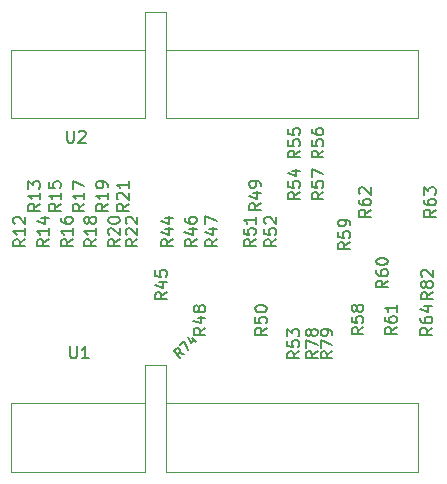
<source format=gto>
G04 #@! TF.GenerationSoftware,KiCad,Pcbnew,(5.0.0-rc2-dev-707-g2ed24a4)*
G04 #@! TF.CreationDate,2018-05-18T15:55:42+01:00*
G04 #@! TF.ProjectId,pcie-probing-riser,706369652D70726F62696E672D726973,rev?*
G04 #@! TF.SameCoordinates,Original*
G04 #@! TF.FileFunction,Legend,Top*
G04 #@! TF.FilePolarity,Positive*
%FSLAX46Y46*%
G04 Gerber Fmt 4.6, Leading zero omitted, Abs format (unit mm)*
G04 Created by KiCad (PCBNEW (5.0.0-rc2-dev-707-g2ed24a4)) date Friday, 18 May 2018 at 15:55:42*
%MOMM*%
%LPD*%
G01*
G04 APERTURE LIST*
%ADD10C,0.120000*%
%ADD11C,0.150000*%
G04 APERTURE END LIST*
D10*
X33675001Y1974999D02*
X33675001Y-3825001D01*
X12375001Y1974999D02*
X12375001Y-3825001D01*
X12375001Y-3825001D02*
X33675001Y-3825001D01*
X33675001Y1974999D02*
X12375001Y1974999D01*
X-724999Y-3825001D02*
X-724999Y1974999D01*
X10575001Y-3825001D02*
X-724999Y-3825001D01*
X10575001Y1974999D02*
X10575001Y-3825001D01*
X-724999Y1974999D02*
X10575001Y1974999D01*
X12375001Y5174999D02*
X12375001Y1974999D01*
X10575001Y5174999D02*
X12375001Y5174999D01*
X10575001Y1974999D02*
X10575001Y5174999D01*
X10575001Y31924999D02*
X10575001Y35124999D01*
X10575001Y35124999D02*
X12375001Y35124999D01*
X12375001Y35124999D02*
X12375001Y31924999D01*
X-724999Y31924999D02*
X10575001Y31924999D01*
X10575001Y31924999D02*
X10575001Y26124999D01*
X10575001Y26124999D02*
X-724999Y26124999D01*
X-724999Y26124999D02*
X-724999Y31924999D01*
X33675001Y31924999D02*
X12375001Y31924999D01*
X12375001Y26124999D02*
X33675001Y26124999D01*
X12375001Y31924999D02*
X12375001Y26124999D01*
X33675001Y31924999D02*
X33675001Y26124999D01*
D11*
X4238095Y6797619D02*
X4238095Y5988095D01*
X4285714Y5892857D01*
X4333333Y5845238D01*
X4428571Y5797619D01*
X4619047Y5797619D01*
X4714285Y5845238D01*
X4761904Y5892857D01*
X4809523Y5988095D01*
X4809523Y6797619D01*
X5809523Y5797619D02*
X5238095Y5797619D01*
X5523809Y5797619D02*
X5523809Y6797619D01*
X5428571Y6654761D01*
X5333333Y6559523D01*
X5238095Y6511904D01*
X452380Y15857142D02*
X-23809Y15523809D01*
X452380Y15285714D02*
X-547619Y15285714D01*
X-547619Y15666666D01*
X-500000Y15761904D01*
X-452380Y15809523D01*
X-357142Y15857142D01*
X-214285Y15857142D01*
X-119047Y15809523D01*
X-71428Y15761904D01*
X-23809Y15666666D01*
X-23809Y15285714D01*
X452380Y16809523D02*
X452380Y16238095D01*
X452380Y16523809D02*
X-547619Y16523809D01*
X-404761Y16428571D01*
X-309523Y16333333D01*
X-261904Y16238095D01*
X-452380Y17190476D02*
X-499999Y17238095D01*
X-547619Y17333333D01*
X-547619Y17571428D01*
X-499999Y17666666D01*
X-452380Y17714285D01*
X-357142Y17761904D01*
X-261904Y17761904D01*
X-119047Y17714285D01*
X452380Y17142857D01*
X452380Y17761904D01*
X1702380Y18857142D02*
X1226190Y18523809D01*
X1702380Y18285714D02*
X702380Y18285714D01*
X702380Y18666666D01*
X750000Y18761904D01*
X797619Y18809523D01*
X892857Y18857142D01*
X1035714Y18857142D01*
X1130952Y18809523D01*
X1178571Y18761904D01*
X1226190Y18666666D01*
X1226190Y18285714D01*
X1702380Y19809523D02*
X1702380Y19238095D01*
X1702380Y19523809D02*
X702380Y19523809D01*
X845238Y19428571D01*
X940476Y19333333D01*
X988095Y19238095D01*
X702380Y20142857D02*
X702380Y20761904D01*
X1083333Y20428571D01*
X1083333Y20571428D01*
X1130952Y20666666D01*
X1178571Y20714285D01*
X1273809Y20761904D01*
X1511904Y20761904D01*
X1607142Y20714285D01*
X1654761Y20666666D01*
X1702380Y20571428D01*
X1702380Y20285714D01*
X1654761Y20190476D01*
X1607142Y20142857D01*
X2452380Y15857142D02*
X1976190Y15523809D01*
X2452380Y15285714D02*
X1452380Y15285714D01*
X1452380Y15666666D01*
X1500000Y15761904D01*
X1547619Y15809523D01*
X1642857Y15857142D01*
X1785714Y15857142D01*
X1880952Y15809523D01*
X1928571Y15761904D01*
X1976190Y15666666D01*
X1976190Y15285714D01*
X2452380Y16809523D02*
X2452380Y16238095D01*
X2452380Y16523809D02*
X1452380Y16523809D01*
X1595238Y16428571D01*
X1690476Y16333333D01*
X1738095Y16238095D01*
X1785714Y17666666D02*
X2452380Y17666666D01*
X1404761Y17428571D02*
X2119047Y17190476D01*
X2119047Y17809523D01*
X3452380Y18857142D02*
X2976190Y18523809D01*
X3452380Y18285714D02*
X2452380Y18285714D01*
X2452380Y18666666D01*
X2500000Y18761904D01*
X2547619Y18809523D01*
X2642857Y18857142D01*
X2785714Y18857142D01*
X2880952Y18809523D01*
X2928571Y18761904D01*
X2976190Y18666666D01*
X2976190Y18285714D01*
X3452380Y19809523D02*
X3452380Y19238095D01*
X3452380Y19523809D02*
X2452380Y19523809D01*
X2595238Y19428571D01*
X2690476Y19333333D01*
X2738095Y19238095D01*
X2452380Y20714285D02*
X2452380Y20238095D01*
X2928571Y20190476D01*
X2880952Y20238095D01*
X2833333Y20333333D01*
X2833333Y20571428D01*
X2880952Y20666666D01*
X2928571Y20714285D01*
X3023809Y20761904D01*
X3261904Y20761904D01*
X3357142Y20714285D01*
X3404761Y20666666D01*
X3452380Y20571428D01*
X3452380Y20333333D01*
X3404761Y20238095D01*
X3357142Y20190476D01*
X4452380Y15857142D02*
X3976190Y15523809D01*
X4452380Y15285714D02*
X3452380Y15285714D01*
X3452380Y15666666D01*
X3500000Y15761904D01*
X3547619Y15809523D01*
X3642857Y15857142D01*
X3785714Y15857142D01*
X3880952Y15809523D01*
X3928571Y15761904D01*
X3976190Y15666666D01*
X3976190Y15285714D01*
X4452380Y16809523D02*
X4452380Y16238095D01*
X4452380Y16523809D02*
X3452380Y16523809D01*
X3595238Y16428571D01*
X3690476Y16333333D01*
X3738095Y16238095D01*
X3452380Y17666666D02*
X3452380Y17476190D01*
X3500000Y17380952D01*
X3547619Y17333333D01*
X3690476Y17238095D01*
X3880952Y17190476D01*
X4261904Y17190476D01*
X4357142Y17238095D01*
X4404761Y17285714D01*
X4452380Y17380952D01*
X4452380Y17571428D01*
X4404761Y17666666D01*
X4357142Y17714285D01*
X4261904Y17761904D01*
X4023809Y17761904D01*
X3928571Y17714285D01*
X3880952Y17666666D01*
X3833333Y17571428D01*
X3833333Y17380952D01*
X3880952Y17285714D01*
X3928571Y17238095D01*
X4023809Y17190476D01*
X5452380Y18857142D02*
X4976190Y18523809D01*
X5452380Y18285714D02*
X4452380Y18285714D01*
X4452380Y18666666D01*
X4500000Y18761904D01*
X4547619Y18809523D01*
X4642857Y18857142D01*
X4785714Y18857142D01*
X4880952Y18809523D01*
X4928571Y18761904D01*
X4976190Y18666666D01*
X4976190Y18285714D01*
X5452380Y19809523D02*
X5452380Y19238095D01*
X5452380Y19523809D02*
X4452380Y19523809D01*
X4595238Y19428571D01*
X4690476Y19333333D01*
X4738095Y19238095D01*
X4452380Y20142857D02*
X4452380Y20809523D01*
X5452380Y20380952D01*
X6452380Y15857142D02*
X5976190Y15523809D01*
X6452380Y15285714D02*
X5452380Y15285714D01*
X5452380Y15666666D01*
X5500000Y15761904D01*
X5547619Y15809523D01*
X5642857Y15857142D01*
X5785714Y15857142D01*
X5880952Y15809523D01*
X5928571Y15761904D01*
X5976190Y15666666D01*
X5976190Y15285714D01*
X6452380Y16809523D02*
X6452380Y16238095D01*
X6452380Y16523809D02*
X5452380Y16523809D01*
X5595238Y16428571D01*
X5690476Y16333333D01*
X5738095Y16238095D01*
X5880952Y17380952D02*
X5833333Y17285714D01*
X5785714Y17238095D01*
X5690476Y17190476D01*
X5642857Y17190476D01*
X5547619Y17238095D01*
X5500000Y17285714D01*
X5452380Y17380952D01*
X5452380Y17571428D01*
X5500000Y17666666D01*
X5547619Y17714285D01*
X5642857Y17761904D01*
X5690476Y17761904D01*
X5785714Y17714285D01*
X5833333Y17666666D01*
X5880952Y17571428D01*
X5880952Y17380952D01*
X5928571Y17285714D01*
X5976190Y17238095D01*
X6071428Y17190476D01*
X6261904Y17190476D01*
X6357142Y17238095D01*
X6404761Y17285714D01*
X6452380Y17380952D01*
X6452380Y17571428D01*
X6404761Y17666666D01*
X6357142Y17714285D01*
X6261904Y17761904D01*
X6071428Y17761904D01*
X5976190Y17714285D01*
X5928571Y17666666D01*
X5880952Y17571428D01*
X7452380Y18857142D02*
X6976190Y18523809D01*
X7452380Y18285714D02*
X6452380Y18285714D01*
X6452380Y18666666D01*
X6500000Y18761904D01*
X6547619Y18809523D01*
X6642857Y18857142D01*
X6785714Y18857142D01*
X6880952Y18809523D01*
X6928571Y18761904D01*
X6976190Y18666666D01*
X6976190Y18285714D01*
X7452380Y19809523D02*
X7452380Y19238095D01*
X7452380Y19523809D02*
X6452380Y19523809D01*
X6595238Y19428571D01*
X6690476Y19333333D01*
X6738095Y19238095D01*
X7452380Y20285714D02*
X7452380Y20476190D01*
X7404761Y20571428D01*
X7357142Y20619047D01*
X7214285Y20714285D01*
X7023809Y20761904D01*
X6642857Y20761904D01*
X6547619Y20714285D01*
X6500000Y20666666D01*
X6452380Y20571428D01*
X6452380Y20380952D01*
X6500000Y20285714D01*
X6547619Y20238095D01*
X6642857Y20190476D01*
X6880952Y20190476D01*
X6976190Y20238095D01*
X7023809Y20285714D01*
X7071428Y20380952D01*
X7071428Y20571428D01*
X7023809Y20666666D01*
X6976190Y20714285D01*
X6880952Y20761904D01*
X8452380Y15857142D02*
X7976190Y15523809D01*
X8452380Y15285714D02*
X7452380Y15285714D01*
X7452380Y15666666D01*
X7500000Y15761904D01*
X7547619Y15809523D01*
X7642857Y15857142D01*
X7785714Y15857142D01*
X7880952Y15809523D01*
X7928571Y15761904D01*
X7976190Y15666666D01*
X7976190Y15285714D01*
X7547619Y16238095D02*
X7500000Y16285714D01*
X7452380Y16380952D01*
X7452380Y16619047D01*
X7500000Y16714285D01*
X7547619Y16761904D01*
X7642857Y16809523D01*
X7738095Y16809523D01*
X7880952Y16761904D01*
X8452380Y16190476D01*
X8452380Y16809523D01*
X7452380Y17428571D02*
X7452380Y17523809D01*
X7500000Y17619047D01*
X7547619Y17666666D01*
X7642857Y17714285D01*
X7833333Y17761904D01*
X8071428Y17761904D01*
X8261904Y17714285D01*
X8357142Y17666666D01*
X8404761Y17619047D01*
X8452380Y17523809D01*
X8452380Y17428571D01*
X8404761Y17333333D01*
X8357142Y17285714D01*
X8261904Y17238095D01*
X8071428Y17190476D01*
X7833333Y17190476D01*
X7642857Y17238095D01*
X7547619Y17285714D01*
X7500000Y17333333D01*
X7452380Y17428571D01*
X9202380Y18857142D02*
X8726190Y18523809D01*
X9202380Y18285714D02*
X8202380Y18285714D01*
X8202380Y18666666D01*
X8250000Y18761904D01*
X8297619Y18809523D01*
X8392857Y18857142D01*
X8535714Y18857142D01*
X8630952Y18809523D01*
X8678571Y18761904D01*
X8726190Y18666666D01*
X8726190Y18285714D01*
X8297619Y19238095D02*
X8250000Y19285714D01*
X8202380Y19380952D01*
X8202380Y19619047D01*
X8250000Y19714285D01*
X8297619Y19761904D01*
X8392857Y19809523D01*
X8488095Y19809523D01*
X8630952Y19761904D01*
X9202380Y19190476D01*
X9202380Y19809523D01*
X9202380Y20761904D02*
X9202380Y20190476D01*
X9202380Y20476190D02*
X8202380Y20476190D01*
X8345238Y20380952D01*
X8440476Y20285714D01*
X8488095Y20190476D01*
X9952380Y15857142D02*
X9476190Y15523809D01*
X9952380Y15285714D02*
X8952380Y15285714D01*
X8952380Y15666666D01*
X9000000Y15761904D01*
X9047619Y15809523D01*
X9142857Y15857142D01*
X9285714Y15857142D01*
X9380952Y15809523D01*
X9428571Y15761904D01*
X9476190Y15666666D01*
X9476190Y15285714D01*
X9047619Y16238095D02*
X9000000Y16285714D01*
X8952380Y16380952D01*
X8952380Y16619047D01*
X9000000Y16714285D01*
X9047619Y16761904D01*
X9142857Y16809523D01*
X9238095Y16809523D01*
X9380952Y16761904D01*
X9952380Y16190476D01*
X9952380Y16809523D01*
X9047619Y17190476D02*
X9000000Y17238095D01*
X8952380Y17333333D01*
X8952380Y17571428D01*
X9000000Y17666666D01*
X9047619Y17714285D01*
X9142857Y17761904D01*
X9238095Y17761904D01*
X9380952Y17714285D01*
X9952380Y17142857D01*
X9952380Y17761904D01*
X12952380Y15857142D02*
X12476190Y15523809D01*
X12952380Y15285714D02*
X11952380Y15285714D01*
X11952380Y15666666D01*
X12000000Y15761904D01*
X12047619Y15809523D01*
X12142857Y15857142D01*
X12285714Y15857142D01*
X12380952Y15809523D01*
X12428571Y15761904D01*
X12476190Y15666666D01*
X12476190Y15285714D01*
X12285714Y16714285D02*
X12952380Y16714285D01*
X11904761Y16476190D02*
X12619047Y16238095D01*
X12619047Y16857142D01*
X12285714Y17666666D02*
X12952380Y17666666D01*
X11904761Y17428571D02*
X12619047Y17190476D01*
X12619047Y17809523D01*
X12452380Y11357142D02*
X11976190Y11023809D01*
X12452380Y10785714D02*
X11452380Y10785714D01*
X11452380Y11166666D01*
X11500000Y11261904D01*
X11547619Y11309523D01*
X11642857Y11357142D01*
X11785714Y11357142D01*
X11880952Y11309523D01*
X11928571Y11261904D01*
X11976190Y11166666D01*
X11976190Y10785714D01*
X11785714Y12214285D02*
X12452380Y12214285D01*
X11404761Y11976190D02*
X12119047Y11738095D01*
X12119047Y12357142D01*
X11452380Y13214285D02*
X11452380Y12738095D01*
X11928571Y12690476D01*
X11880952Y12738095D01*
X11833333Y12833333D01*
X11833333Y13071428D01*
X11880952Y13166666D01*
X11928571Y13214285D01*
X12023809Y13261904D01*
X12261904Y13261904D01*
X12357142Y13214285D01*
X12404761Y13166666D01*
X12452380Y13071428D01*
X12452380Y12833333D01*
X12404761Y12738095D01*
X12357142Y12690476D01*
X14952380Y15857142D02*
X14476190Y15523809D01*
X14952380Y15285714D02*
X13952380Y15285714D01*
X13952380Y15666666D01*
X14000000Y15761904D01*
X14047619Y15809523D01*
X14142857Y15857142D01*
X14285714Y15857142D01*
X14380952Y15809523D01*
X14428571Y15761904D01*
X14476190Y15666666D01*
X14476190Y15285714D01*
X14285714Y16714285D02*
X14952380Y16714285D01*
X13904761Y16476190D02*
X14619047Y16238095D01*
X14619047Y16857142D01*
X13952380Y17666666D02*
X13952380Y17476190D01*
X14000000Y17380952D01*
X14047619Y17333333D01*
X14190476Y17238095D01*
X14380952Y17190476D01*
X14761904Y17190476D01*
X14857142Y17238095D01*
X14904761Y17285714D01*
X14952380Y17380952D01*
X14952380Y17571428D01*
X14904761Y17666666D01*
X14857142Y17714285D01*
X14761904Y17761904D01*
X14523809Y17761904D01*
X14428571Y17714285D01*
X14380952Y17666666D01*
X14333333Y17571428D01*
X14333333Y17380952D01*
X14380952Y17285714D01*
X14428571Y17238095D01*
X14523809Y17190476D01*
X16702380Y15857142D02*
X16226190Y15523809D01*
X16702380Y15285714D02*
X15702380Y15285714D01*
X15702380Y15666666D01*
X15750000Y15761904D01*
X15797619Y15809523D01*
X15892857Y15857142D01*
X16035714Y15857142D01*
X16130952Y15809523D01*
X16178571Y15761904D01*
X16226190Y15666666D01*
X16226190Y15285714D01*
X16035714Y16714285D02*
X16702380Y16714285D01*
X15654761Y16476190D02*
X16369047Y16238095D01*
X16369047Y16857142D01*
X15702380Y17142857D02*
X15702380Y17809523D01*
X16702380Y17380952D01*
X15702380Y8357142D02*
X15226190Y8023809D01*
X15702380Y7785714D02*
X14702380Y7785714D01*
X14702380Y8166666D01*
X14750000Y8261904D01*
X14797619Y8309523D01*
X14892857Y8357142D01*
X15035714Y8357142D01*
X15130952Y8309523D01*
X15178571Y8261904D01*
X15226190Y8166666D01*
X15226190Y7785714D01*
X15035714Y9214285D02*
X15702380Y9214285D01*
X14654761Y8976190D02*
X15369047Y8738095D01*
X15369047Y9357142D01*
X15130952Y9880952D02*
X15083333Y9785714D01*
X15035714Y9738095D01*
X14940476Y9690476D01*
X14892857Y9690476D01*
X14797619Y9738095D01*
X14750000Y9785714D01*
X14702380Y9880952D01*
X14702380Y10071428D01*
X14750000Y10166666D01*
X14797619Y10214285D01*
X14892857Y10261904D01*
X14940476Y10261904D01*
X15035714Y10214285D01*
X15083333Y10166666D01*
X15130952Y10071428D01*
X15130952Y9880952D01*
X15178571Y9785714D01*
X15226190Y9738095D01*
X15321428Y9690476D01*
X15511904Y9690476D01*
X15607142Y9738095D01*
X15654761Y9785714D01*
X15702380Y9880952D01*
X15702380Y10071428D01*
X15654761Y10166666D01*
X15607142Y10214285D01*
X15511904Y10261904D01*
X15321428Y10261904D01*
X15226190Y10214285D01*
X15178571Y10166666D01*
X15130952Y10071428D01*
X20402380Y18907142D02*
X19926190Y18573809D01*
X20402380Y18335714D02*
X19402380Y18335714D01*
X19402380Y18716666D01*
X19450000Y18811904D01*
X19497619Y18859523D01*
X19592857Y18907142D01*
X19735714Y18907142D01*
X19830952Y18859523D01*
X19878571Y18811904D01*
X19926190Y18716666D01*
X19926190Y18335714D01*
X19735714Y19764285D02*
X20402380Y19764285D01*
X19354761Y19526190D02*
X20069047Y19288095D01*
X20069047Y19907142D01*
X20402380Y20335714D02*
X20402380Y20526190D01*
X20354761Y20621428D01*
X20307142Y20669047D01*
X20164285Y20764285D01*
X19973809Y20811904D01*
X19592857Y20811904D01*
X19497619Y20764285D01*
X19450000Y20716666D01*
X19402380Y20621428D01*
X19402380Y20430952D01*
X19450000Y20335714D01*
X19497619Y20288095D01*
X19592857Y20240476D01*
X19830952Y20240476D01*
X19926190Y20288095D01*
X19973809Y20335714D01*
X20021428Y20430952D01*
X20021428Y20621428D01*
X19973809Y20716666D01*
X19926190Y20764285D01*
X19830952Y20811904D01*
X20902380Y8357142D02*
X20426190Y8023809D01*
X20902380Y7785714D02*
X19902380Y7785714D01*
X19902380Y8166666D01*
X19950000Y8261904D01*
X19997619Y8309523D01*
X20092857Y8357142D01*
X20235714Y8357142D01*
X20330952Y8309523D01*
X20378571Y8261904D01*
X20426190Y8166666D01*
X20426190Y7785714D01*
X19902380Y9261904D02*
X19902380Y8785714D01*
X20378571Y8738095D01*
X20330952Y8785714D01*
X20283333Y8880952D01*
X20283333Y9119047D01*
X20330952Y9214285D01*
X20378571Y9261904D01*
X20473809Y9309523D01*
X20711904Y9309523D01*
X20807142Y9261904D01*
X20854761Y9214285D01*
X20902380Y9119047D01*
X20902380Y8880952D01*
X20854761Y8785714D01*
X20807142Y8738095D01*
X19902380Y9928571D02*
X19902380Y10023809D01*
X19950000Y10119047D01*
X19997619Y10166666D01*
X20092857Y10214285D01*
X20283333Y10261904D01*
X20521428Y10261904D01*
X20711904Y10214285D01*
X20807142Y10166666D01*
X20854761Y10119047D01*
X20902380Y10023809D01*
X20902380Y9928571D01*
X20854761Y9833333D01*
X20807142Y9785714D01*
X20711904Y9738095D01*
X20521428Y9690476D01*
X20283333Y9690476D01*
X20092857Y9738095D01*
X19997619Y9785714D01*
X19950000Y9833333D01*
X19902380Y9928571D01*
X19952380Y15857142D02*
X19476190Y15523809D01*
X19952380Y15285714D02*
X18952380Y15285714D01*
X18952380Y15666666D01*
X19000000Y15761904D01*
X19047619Y15809523D01*
X19142857Y15857142D01*
X19285714Y15857142D01*
X19380952Y15809523D01*
X19428571Y15761904D01*
X19476190Y15666666D01*
X19476190Y15285714D01*
X18952380Y16761904D02*
X18952380Y16285714D01*
X19428571Y16238095D01*
X19380952Y16285714D01*
X19333333Y16380952D01*
X19333333Y16619047D01*
X19380952Y16714285D01*
X19428571Y16761904D01*
X19523809Y16809523D01*
X19761904Y16809523D01*
X19857142Y16761904D01*
X19904761Y16714285D01*
X19952380Y16619047D01*
X19952380Y16380952D01*
X19904761Y16285714D01*
X19857142Y16238095D01*
X19952380Y17761904D02*
X19952380Y17190476D01*
X19952380Y17476190D02*
X18952380Y17476190D01*
X19095238Y17380952D01*
X19190476Y17285714D01*
X19238095Y17190476D01*
X21702380Y15857142D02*
X21226190Y15523809D01*
X21702380Y15285714D02*
X20702380Y15285714D01*
X20702380Y15666666D01*
X20750000Y15761904D01*
X20797619Y15809523D01*
X20892857Y15857142D01*
X21035714Y15857142D01*
X21130952Y15809523D01*
X21178571Y15761904D01*
X21226190Y15666666D01*
X21226190Y15285714D01*
X20702380Y16761904D02*
X20702380Y16285714D01*
X21178571Y16238095D01*
X21130952Y16285714D01*
X21083333Y16380952D01*
X21083333Y16619047D01*
X21130952Y16714285D01*
X21178571Y16761904D01*
X21273809Y16809523D01*
X21511904Y16809523D01*
X21607142Y16761904D01*
X21654761Y16714285D01*
X21702380Y16619047D01*
X21702380Y16380952D01*
X21654761Y16285714D01*
X21607142Y16238095D01*
X20797619Y17190476D02*
X20750000Y17238095D01*
X20702380Y17333333D01*
X20702380Y17571428D01*
X20750000Y17666666D01*
X20797619Y17714285D01*
X20892857Y17761904D01*
X20988095Y17761904D01*
X21130952Y17714285D01*
X21702380Y17142857D01*
X21702380Y17761904D01*
X23652380Y6357142D02*
X23176190Y6023809D01*
X23652380Y5785714D02*
X22652380Y5785714D01*
X22652380Y6166666D01*
X22700000Y6261904D01*
X22747619Y6309523D01*
X22842857Y6357142D01*
X22985714Y6357142D01*
X23080952Y6309523D01*
X23128571Y6261904D01*
X23176190Y6166666D01*
X23176190Y5785714D01*
X22652380Y7261904D02*
X22652380Y6785714D01*
X23128571Y6738095D01*
X23080952Y6785714D01*
X23033333Y6880952D01*
X23033333Y7119047D01*
X23080952Y7214285D01*
X23128571Y7261904D01*
X23223809Y7309523D01*
X23461904Y7309523D01*
X23557142Y7261904D01*
X23604761Y7214285D01*
X23652380Y7119047D01*
X23652380Y6880952D01*
X23604761Y6785714D01*
X23557142Y6738095D01*
X22652380Y7642857D02*
X22652380Y8261904D01*
X23033333Y7928571D01*
X23033333Y8071428D01*
X23080952Y8166666D01*
X23128571Y8214285D01*
X23223809Y8261904D01*
X23461904Y8261904D01*
X23557142Y8214285D01*
X23604761Y8166666D01*
X23652380Y8071428D01*
X23652380Y7785714D01*
X23604761Y7690476D01*
X23557142Y7642857D01*
X23702380Y19857142D02*
X23226190Y19523809D01*
X23702380Y19285714D02*
X22702380Y19285714D01*
X22702380Y19666666D01*
X22750000Y19761904D01*
X22797619Y19809523D01*
X22892857Y19857142D01*
X23035714Y19857142D01*
X23130952Y19809523D01*
X23178571Y19761904D01*
X23226190Y19666666D01*
X23226190Y19285714D01*
X22702380Y20761904D02*
X22702380Y20285714D01*
X23178571Y20238095D01*
X23130952Y20285714D01*
X23083333Y20380952D01*
X23083333Y20619047D01*
X23130952Y20714285D01*
X23178571Y20761904D01*
X23273809Y20809523D01*
X23511904Y20809523D01*
X23607142Y20761904D01*
X23654761Y20714285D01*
X23702380Y20619047D01*
X23702380Y20380952D01*
X23654761Y20285714D01*
X23607142Y20238095D01*
X23035714Y21666666D02*
X23702380Y21666666D01*
X22654761Y21428571D02*
X23369047Y21190476D01*
X23369047Y21809523D01*
X23702380Y23357142D02*
X23226190Y23023809D01*
X23702380Y22785714D02*
X22702380Y22785714D01*
X22702380Y23166666D01*
X22750000Y23261904D01*
X22797619Y23309523D01*
X22892857Y23357142D01*
X23035714Y23357142D01*
X23130952Y23309523D01*
X23178571Y23261904D01*
X23226190Y23166666D01*
X23226190Y22785714D01*
X22702380Y24261904D02*
X22702380Y23785714D01*
X23178571Y23738095D01*
X23130952Y23785714D01*
X23083333Y23880952D01*
X23083333Y24119047D01*
X23130952Y24214285D01*
X23178571Y24261904D01*
X23273809Y24309523D01*
X23511904Y24309523D01*
X23607142Y24261904D01*
X23654761Y24214285D01*
X23702380Y24119047D01*
X23702380Y23880952D01*
X23654761Y23785714D01*
X23607142Y23738095D01*
X22702380Y25214285D02*
X22702380Y24738095D01*
X23178571Y24690476D01*
X23130952Y24738095D01*
X23083333Y24833333D01*
X23083333Y25071428D01*
X23130952Y25166666D01*
X23178571Y25214285D01*
X23273809Y25261904D01*
X23511904Y25261904D01*
X23607142Y25214285D01*
X23654761Y25166666D01*
X23702380Y25071428D01*
X23702380Y24833333D01*
X23654761Y24738095D01*
X23607142Y24690476D01*
X25702380Y23357142D02*
X25226190Y23023809D01*
X25702380Y22785714D02*
X24702380Y22785714D01*
X24702380Y23166666D01*
X24750000Y23261904D01*
X24797619Y23309523D01*
X24892857Y23357142D01*
X25035714Y23357142D01*
X25130952Y23309523D01*
X25178571Y23261904D01*
X25226190Y23166666D01*
X25226190Y22785714D01*
X24702380Y24261904D02*
X24702380Y23785714D01*
X25178571Y23738095D01*
X25130952Y23785714D01*
X25083333Y23880952D01*
X25083333Y24119047D01*
X25130952Y24214285D01*
X25178571Y24261904D01*
X25273809Y24309523D01*
X25511904Y24309523D01*
X25607142Y24261904D01*
X25654761Y24214285D01*
X25702380Y24119047D01*
X25702380Y23880952D01*
X25654761Y23785714D01*
X25607142Y23738095D01*
X24702380Y25166666D02*
X24702380Y24976190D01*
X24750000Y24880952D01*
X24797619Y24833333D01*
X24940476Y24738095D01*
X25130952Y24690476D01*
X25511904Y24690476D01*
X25607142Y24738095D01*
X25654761Y24785714D01*
X25702380Y24880952D01*
X25702380Y25071428D01*
X25654761Y25166666D01*
X25607142Y25214285D01*
X25511904Y25261904D01*
X25273809Y25261904D01*
X25178571Y25214285D01*
X25130952Y25166666D01*
X25083333Y25071428D01*
X25083333Y24880952D01*
X25130952Y24785714D01*
X25178571Y24738095D01*
X25273809Y24690476D01*
X25702380Y19857142D02*
X25226190Y19523809D01*
X25702380Y19285714D02*
X24702380Y19285714D01*
X24702380Y19666666D01*
X24750000Y19761904D01*
X24797619Y19809523D01*
X24892857Y19857142D01*
X25035714Y19857142D01*
X25130952Y19809523D01*
X25178571Y19761904D01*
X25226190Y19666666D01*
X25226190Y19285714D01*
X24702380Y20761904D02*
X24702380Y20285714D01*
X25178571Y20238095D01*
X25130952Y20285714D01*
X25083333Y20380952D01*
X25083333Y20619047D01*
X25130952Y20714285D01*
X25178571Y20761904D01*
X25273809Y20809523D01*
X25511904Y20809523D01*
X25607142Y20761904D01*
X25654761Y20714285D01*
X25702380Y20619047D01*
X25702380Y20380952D01*
X25654761Y20285714D01*
X25607142Y20238095D01*
X24702380Y21142857D02*
X24702380Y21809523D01*
X25702380Y21380952D01*
X29080380Y8407142D02*
X28604190Y8073809D01*
X29080380Y7835714D02*
X28080380Y7835714D01*
X28080380Y8216666D01*
X28128000Y8311904D01*
X28175619Y8359523D01*
X28270857Y8407142D01*
X28413714Y8407142D01*
X28508952Y8359523D01*
X28556571Y8311904D01*
X28604190Y8216666D01*
X28604190Y7835714D01*
X28080380Y9311904D02*
X28080380Y8835714D01*
X28556571Y8788095D01*
X28508952Y8835714D01*
X28461333Y8930952D01*
X28461333Y9169047D01*
X28508952Y9264285D01*
X28556571Y9311904D01*
X28651809Y9359523D01*
X28889904Y9359523D01*
X28985142Y9311904D01*
X29032761Y9264285D01*
X29080380Y9169047D01*
X29080380Y8930952D01*
X29032761Y8835714D01*
X28985142Y8788095D01*
X28508952Y9930952D02*
X28461333Y9835714D01*
X28413714Y9788095D01*
X28318476Y9740476D01*
X28270857Y9740476D01*
X28175619Y9788095D01*
X28128000Y9835714D01*
X28080380Y9930952D01*
X28080380Y10121428D01*
X28128000Y10216666D01*
X28175619Y10264285D01*
X28270857Y10311904D01*
X28318476Y10311904D01*
X28413714Y10264285D01*
X28461333Y10216666D01*
X28508952Y10121428D01*
X28508952Y9930952D01*
X28556571Y9835714D01*
X28604190Y9788095D01*
X28699428Y9740476D01*
X28889904Y9740476D01*
X28985142Y9788095D01*
X29032761Y9835714D01*
X29080380Y9930952D01*
X29080380Y10121428D01*
X29032761Y10216666D01*
X28985142Y10264285D01*
X28889904Y10311904D01*
X28699428Y10311904D01*
X28604190Y10264285D01*
X28556571Y10216666D01*
X28508952Y10121428D01*
X27952380Y15607142D02*
X27476190Y15273809D01*
X27952380Y15035714D02*
X26952380Y15035714D01*
X26952380Y15416666D01*
X27000000Y15511904D01*
X27047619Y15559523D01*
X27142857Y15607142D01*
X27285714Y15607142D01*
X27380952Y15559523D01*
X27428571Y15511904D01*
X27476190Y15416666D01*
X27476190Y15035714D01*
X26952380Y16511904D02*
X26952380Y16035714D01*
X27428571Y15988095D01*
X27380952Y16035714D01*
X27333333Y16130952D01*
X27333333Y16369047D01*
X27380952Y16464285D01*
X27428571Y16511904D01*
X27523809Y16559523D01*
X27761904Y16559523D01*
X27857142Y16511904D01*
X27904761Y16464285D01*
X27952380Y16369047D01*
X27952380Y16130952D01*
X27904761Y16035714D01*
X27857142Y15988095D01*
X27952380Y17035714D02*
X27952380Y17226190D01*
X27904761Y17321428D01*
X27857142Y17369047D01*
X27714285Y17464285D01*
X27523809Y17511904D01*
X27142857Y17511904D01*
X27047619Y17464285D01*
X27000000Y17416666D01*
X26952380Y17321428D01*
X26952380Y17130952D01*
X27000000Y17035714D01*
X27047619Y16988095D01*
X27142857Y16940476D01*
X27380952Y16940476D01*
X27476190Y16988095D01*
X27523809Y17035714D01*
X27571428Y17130952D01*
X27571428Y17321428D01*
X27523809Y17416666D01*
X27476190Y17464285D01*
X27380952Y17511904D01*
X31152380Y12357142D02*
X30676190Y12023809D01*
X31152380Y11785714D02*
X30152380Y11785714D01*
X30152380Y12166666D01*
X30200000Y12261904D01*
X30247619Y12309523D01*
X30342857Y12357142D01*
X30485714Y12357142D01*
X30580952Y12309523D01*
X30628571Y12261904D01*
X30676190Y12166666D01*
X30676190Y11785714D01*
X30152380Y13214285D02*
X30152380Y13023809D01*
X30200000Y12928571D01*
X30247619Y12880952D01*
X30390476Y12785714D01*
X30580952Y12738095D01*
X30961904Y12738095D01*
X31057142Y12785714D01*
X31104761Y12833333D01*
X31152380Y12928571D01*
X31152380Y13119047D01*
X31104761Y13214285D01*
X31057142Y13261904D01*
X30961904Y13309523D01*
X30723809Y13309523D01*
X30628571Y13261904D01*
X30580952Y13214285D01*
X30533333Y13119047D01*
X30533333Y12928571D01*
X30580952Y12833333D01*
X30628571Y12785714D01*
X30723809Y12738095D01*
X30152380Y13928571D02*
X30152380Y14023809D01*
X30200000Y14119047D01*
X30247619Y14166666D01*
X30342857Y14214285D01*
X30533333Y14261904D01*
X30771428Y14261904D01*
X30961904Y14214285D01*
X31057142Y14166666D01*
X31104761Y14119047D01*
X31152380Y14023809D01*
X31152380Y13928571D01*
X31104761Y13833333D01*
X31057142Y13785714D01*
X30961904Y13738095D01*
X30771428Y13690476D01*
X30533333Y13690476D01*
X30342857Y13738095D01*
X30247619Y13785714D01*
X30200000Y13833333D01*
X30152380Y13928571D01*
X31902380Y8407142D02*
X31426190Y8073809D01*
X31902380Y7835714D02*
X30902380Y7835714D01*
X30902380Y8216666D01*
X30950000Y8311904D01*
X30997619Y8359523D01*
X31092857Y8407142D01*
X31235714Y8407142D01*
X31330952Y8359523D01*
X31378571Y8311904D01*
X31426190Y8216666D01*
X31426190Y7835714D01*
X30902380Y9264285D02*
X30902380Y9073809D01*
X30950000Y8978571D01*
X30997619Y8930952D01*
X31140476Y8835714D01*
X31330952Y8788095D01*
X31711904Y8788095D01*
X31807142Y8835714D01*
X31854761Y8883333D01*
X31902380Y8978571D01*
X31902380Y9169047D01*
X31854761Y9264285D01*
X31807142Y9311904D01*
X31711904Y9359523D01*
X31473809Y9359523D01*
X31378571Y9311904D01*
X31330952Y9264285D01*
X31283333Y9169047D01*
X31283333Y8978571D01*
X31330952Y8883333D01*
X31378571Y8835714D01*
X31473809Y8788095D01*
X31902380Y10311904D02*
X31902380Y9740476D01*
X31902380Y10026190D02*
X30902380Y10026190D01*
X31045238Y9930952D01*
X31140476Y9835714D01*
X31188095Y9740476D01*
X29702380Y18357142D02*
X29226190Y18023809D01*
X29702380Y17785714D02*
X28702380Y17785714D01*
X28702380Y18166666D01*
X28750000Y18261904D01*
X28797619Y18309523D01*
X28892857Y18357142D01*
X29035714Y18357142D01*
X29130952Y18309523D01*
X29178571Y18261904D01*
X29226190Y18166666D01*
X29226190Y17785714D01*
X28702380Y19214285D02*
X28702380Y19023809D01*
X28750000Y18928571D01*
X28797619Y18880952D01*
X28940476Y18785714D01*
X29130952Y18738095D01*
X29511904Y18738095D01*
X29607142Y18785714D01*
X29654761Y18833333D01*
X29702380Y18928571D01*
X29702380Y19119047D01*
X29654761Y19214285D01*
X29607142Y19261904D01*
X29511904Y19309523D01*
X29273809Y19309523D01*
X29178571Y19261904D01*
X29130952Y19214285D01*
X29083333Y19119047D01*
X29083333Y18928571D01*
X29130952Y18833333D01*
X29178571Y18785714D01*
X29273809Y18738095D01*
X28797619Y19690476D02*
X28750000Y19738095D01*
X28702380Y19833333D01*
X28702380Y20071428D01*
X28750000Y20166666D01*
X28797619Y20214285D01*
X28892857Y20261904D01*
X28988095Y20261904D01*
X29130952Y20214285D01*
X29702380Y19642857D01*
X29702380Y20261904D01*
X35202380Y18357142D02*
X34726190Y18023809D01*
X35202380Y17785714D02*
X34202380Y17785714D01*
X34202380Y18166666D01*
X34250000Y18261904D01*
X34297619Y18309523D01*
X34392857Y18357142D01*
X34535714Y18357142D01*
X34630952Y18309523D01*
X34678571Y18261904D01*
X34726190Y18166666D01*
X34726190Y17785714D01*
X34202380Y19214285D02*
X34202380Y19023809D01*
X34250000Y18928571D01*
X34297619Y18880952D01*
X34440476Y18785714D01*
X34630952Y18738095D01*
X35011904Y18738095D01*
X35107142Y18785714D01*
X35154761Y18833333D01*
X35202380Y18928571D01*
X35202380Y19119047D01*
X35154761Y19214285D01*
X35107142Y19261904D01*
X35011904Y19309523D01*
X34773809Y19309523D01*
X34678571Y19261904D01*
X34630952Y19214285D01*
X34583333Y19119047D01*
X34583333Y18928571D01*
X34630952Y18833333D01*
X34678571Y18785714D01*
X34773809Y18738095D01*
X34202380Y19642857D02*
X34202380Y20261904D01*
X34583333Y19928571D01*
X34583333Y20071428D01*
X34630952Y20166666D01*
X34678571Y20214285D01*
X34773809Y20261904D01*
X35011904Y20261904D01*
X35107142Y20214285D01*
X35154761Y20166666D01*
X35202380Y20071428D01*
X35202380Y19785714D01*
X35154761Y19690476D01*
X35107142Y19642857D01*
X34902380Y8357142D02*
X34426190Y8023809D01*
X34902380Y7785714D02*
X33902380Y7785714D01*
X33902380Y8166666D01*
X33950000Y8261904D01*
X33997619Y8309523D01*
X34092857Y8357142D01*
X34235714Y8357142D01*
X34330952Y8309523D01*
X34378571Y8261904D01*
X34426190Y8166666D01*
X34426190Y7785714D01*
X33902380Y9214285D02*
X33902380Y9023809D01*
X33950000Y8928571D01*
X33997619Y8880952D01*
X34140476Y8785714D01*
X34330952Y8738095D01*
X34711904Y8738095D01*
X34807142Y8785714D01*
X34854761Y8833333D01*
X34902380Y8928571D01*
X34902380Y9119047D01*
X34854761Y9214285D01*
X34807142Y9261904D01*
X34711904Y9309523D01*
X34473809Y9309523D01*
X34378571Y9261904D01*
X34330952Y9214285D01*
X34283333Y9119047D01*
X34283333Y8928571D01*
X34330952Y8833333D01*
X34378571Y8785714D01*
X34473809Y8738095D01*
X34235714Y10166666D02*
X34902380Y10166666D01*
X33854761Y9928571D02*
X34569047Y9690476D01*
X34569047Y10309523D01*
X13892250Y6130439D02*
X13434314Y6211251D01*
X13569001Y5807190D02*
X13003316Y6372876D01*
X13218815Y6588375D01*
X13299627Y6615312D01*
X13353502Y6615312D01*
X13434314Y6588375D01*
X13515126Y6507563D01*
X13542064Y6426751D01*
X13542064Y6372876D01*
X13515126Y6292064D01*
X13299627Y6076564D01*
X13515126Y6884687D02*
X13892250Y7261810D01*
X14215499Y6453688D01*
X14538748Y7531184D02*
X14915871Y7154061D01*
X14188561Y7611996D02*
X14457935Y7073248D01*
X14808122Y7423435D01*
X25202380Y6357142D02*
X24726190Y6023809D01*
X25202380Y5785714D02*
X24202380Y5785714D01*
X24202380Y6166666D01*
X24250000Y6261904D01*
X24297619Y6309523D01*
X24392857Y6357142D01*
X24535714Y6357142D01*
X24630952Y6309523D01*
X24678571Y6261904D01*
X24726190Y6166666D01*
X24726190Y5785714D01*
X24202380Y6690476D02*
X24202380Y7357142D01*
X25202380Y6928571D01*
X24630952Y7880952D02*
X24583333Y7785714D01*
X24535714Y7738095D01*
X24440476Y7690476D01*
X24392857Y7690476D01*
X24297619Y7738095D01*
X24250000Y7785714D01*
X24202380Y7880952D01*
X24202380Y8071428D01*
X24250000Y8166666D01*
X24297619Y8214285D01*
X24392857Y8261904D01*
X24440476Y8261904D01*
X24535714Y8214285D01*
X24583333Y8166666D01*
X24630952Y8071428D01*
X24630952Y7880952D01*
X24678571Y7785714D01*
X24726190Y7738095D01*
X24821428Y7690476D01*
X25011904Y7690476D01*
X25107142Y7738095D01*
X25154761Y7785714D01*
X25202380Y7880952D01*
X25202380Y8071428D01*
X25154761Y8166666D01*
X25107142Y8214285D01*
X25011904Y8261904D01*
X24821428Y8261904D01*
X24726190Y8214285D01*
X24678571Y8166666D01*
X24630952Y8071428D01*
X26452380Y6357142D02*
X25976190Y6023809D01*
X26452380Y5785714D02*
X25452380Y5785714D01*
X25452380Y6166666D01*
X25500000Y6261904D01*
X25547619Y6309523D01*
X25642857Y6357142D01*
X25785714Y6357142D01*
X25880952Y6309523D01*
X25928571Y6261904D01*
X25976190Y6166666D01*
X25976190Y5785714D01*
X25452380Y6690476D02*
X25452380Y7357142D01*
X26452380Y6928571D01*
X26452380Y7785714D02*
X26452380Y7976190D01*
X26404761Y8071428D01*
X26357142Y8119047D01*
X26214285Y8214285D01*
X26023809Y8261904D01*
X25642857Y8261904D01*
X25547619Y8214285D01*
X25500000Y8166666D01*
X25452380Y8071428D01*
X25452380Y7880952D01*
X25500000Y7785714D01*
X25547619Y7738095D01*
X25642857Y7690476D01*
X25880952Y7690476D01*
X25976190Y7738095D01*
X26023809Y7785714D01*
X26071428Y7880952D01*
X26071428Y8071428D01*
X26023809Y8166666D01*
X25976190Y8214285D01*
X25880952Y8261904D01*
X34952380Y11357142D02*
X34476190Y11023809D01*
X34952380Y10785714D02*
X33952380Y10785714D01*
X33952380Y11166666D01*
X34000000Y11261904D01*
X34047619Y11309523D01*
X34142857Y11357142D01*
X34285714Y11357142D01*
X34380952Y11309523D01*
X34428571Y11261904D01*
X34476190Y11166666D01*
X34476190Y10785714D01*
X34380952Y11928571D02*
X34333333Y11833333D01*
X34285714Y11785714D01*
X34190476Y11738095D01*
X34142857Y11738095D01*
X34047619Y11785714D01*
X34000000Y11833333D01*
X33952380Y11928571D01*
X33952380Y12119047D01*
X34000000Y12214285D01*
X34047619Y12261904D01*
X34142857Y12309523D01*
X34190476Y12309523D01*
X34285714Y12261904D01*
X34333333Y12214285D01*
X34380952Y12119047D01*
X34380952Y11928571D01*
X34428571Y11833333D01*
X34476190Y11785714D01*
X34571428Y11738095D01*
X34761904Y11738095D01*
X34857142Y11785714D01*
X34904761Y11833333D01*
X34952380Y11928571D01*
X34952380Y12119047D01*
X34904761Y12214285D01*
X34857142Y12261904D01*
X34761904Y12309523D01*
X34571428Y12309523D01*
X34476190Y12261904D01*
X34428571Y12214285D01*
X34380952Y12119047D01*
X34047619Y12690476D02*
X34000000Y12738095D01*
X33952380Y12833333D01*
X33952380Y13071428D01*
X34000000Y13166666D01*
X34047619Y13214285D01*
X34142857Y13261904D01*
X34238095Y13261904D01*
X34380952Y13214285D01*
X34952380Y12642857D01*
X34952380Y13261904D01*
X3988095Y25047619D02*
X3988095Y24238095D01*
X4035714Y24142857D01*
X4083333Y24095238D01*
X4178571Y24047619D01*
X4369047Y24047619D01*
X4464285Y24095238D01*
X4511904Y24142857D01*
X4559523Y24238095D01*
X4559523Y25047619D01*
X4988095Y24952380D02*
X5035714Y25000000D01*
X5130952Y25047619D01*
X5369047Y25047619D01*
X5464285Y25000000D01*
X5511904Y24952380D01*
X5559523Y24857142D01*
X5559523Y24761904D01*
X5511904Y24619047D01*
X4940476Y24047619D01*
X5559523Y24047619D01*
M02*

</source>
